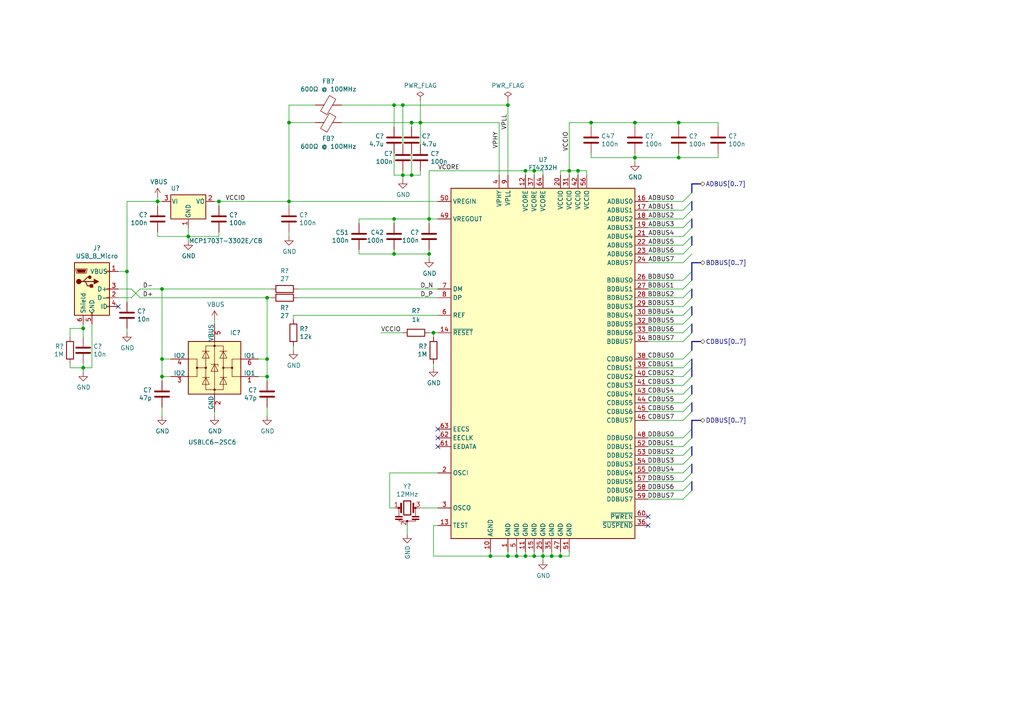
<source format=kicad_sch>
(kicad_sch (version 20200506) (host eeschema "(5.99.0-1565-gc92181621)")
  (page "A4")
  (title_block (title "FT4232H") (date "2020-04-28") (rev "2.0-rc2") (company "Simplexion GmbH"))
  (lib_symbols
    (symbol "Connector:USB_B_Micro"
      (property "Reference" "J" (at -5.08 11.43 0))
      (property "Value" "USB_B_Micro" (at -5.08 8.89 0))
      (symbol "USB_B_Micro_0_1"
        (circle (center -3.81 2.159) (radius 0.635) (stroke (width 0.254)) (fill (type outline)))
        (circle (center -0.635 3.429) (radius 0.381) (stroke (width 0.254)) (fill (type outline)))
        (rectangle (start -5.08 -7.62) (end 5.08 7.62) (stroke (width 0.254)) (fill (type background)))
        (rectangle (start -0.127 -7.62) (end 0.127 -6.858))
        (rectangle (start 0.254 1.27) (end -0.508 0.508) (stroke (width 0.254)) (fill (type outline)))
        (rectangle (start 5.08 -5.207) (end 4.318 -4.953))
        (rectangle (start 5.08 -2.667) (end 4.318 -2.413))
        (rectangle (start 5.08 -0.127) (end 4.318 0.127))
        (rectangle (start 5.08 4.953) (end 4.318 5.207))
        (polyline (pts (xy -1.905 2.159) (xy 0.635 2.159)) (stroke (width 0.254)))
        (polyline (pts (xy -3.175 2.159) (xy -2.54 2.159) (xy -1.27 3.429) (xy -0.635 3.429)) (stroke (width 0.254)))
        (polyline (pts (xy -2.54 2.159) (xy -1.905 2.159) (xy -1.27 0.889) (xy 0 0.889)) (stroke (width 0.254)))
        (polyline (pts (xy 0.635 2.794) (xy 0.635 1.524) (xy 1.905 2.159) (xy 0.635 2.794)) (stroke (width 0.254)) (fill (type outline)))
        (polyline (pts (xy -4.318 5.588) (xy -1.778 5.588) (xy -2.032 4.826) (xy -4.064 4.826) (xy -4.318 5.588)) (fill (type outline)))
        (polyline (pts (xy -4.699 5.842) (xy -4.699 5.588) (xy -4.445 4.826) (xy -4.445 4.572) (xy -1.651 4.572) (xy -1.651 4.826) (xy -1.397 5.588) (xy -1.397 5.842) (xy -4.699 5.842)))
      )
      (symbol "USB_B_Micro_1_1"
        (pin power_out line (at 7.62 5.08 180) (length 2.54) (name "VBUS") (number "1"))
        (pin passive line (at 7.62 -2.54 180) (length 2.54) (name "D-") (number "2"))
        (pin passive line (at 7.62 0 180) (length 2.54) (name "D+") (number "3"))
        (pin passive line (at 7.62 -5.08 180) (length 2.54) (name "ID") (number "4"))
        (pin power_out line (at 0 -10.16 90) (length 2.54) (name "GND") (number "5"))
        (pin passive line (at -2.54 -10.16 90) (length 2.54) (name "Shield") (number "6"))
      )
    )
    (symbol "Device:C" (pin_numbers hide) (pin_names (offset 0.254))
      (property "Reference" "C" (at 0.635 2.54 0))
      (property "Value" "C" (at 0.635 -2.54 0))
      (symbol "C_0_1"
        (polyline (pts (xy -2.032 -0.762) (xy 2.032 -0.762)) (stroke (width 0.508)))
        (polyline (pts (xy -2.032 0.762) (xy 2.032 0.762)) (stroke (width 0.508)))
      )
      (symbol "C_1_1"
        (pin passive line (at 0 3.81 270) (length 2.794) (name "~") (number "1"))
        (pin passive line (at 0 -3.81 90) (length 2.794) (name "~") (number "2"))
      )
    )
    (symbol "Device:Ferrite_Bead" (pin_numbers hide) (pin_names (offset 0))
      (property "Reference" "FB" (at -3.81 0.635 90))
      (property "Value" "Ferrite_Bead" (at 3.81 0 90))
      (symbol "Ferrite_Bead_0_1"
        (polyline (pts (xy 0 -1.27) (xy 0 -1.2192)))
        (polyline (pts (xy 0 1.27) (xy 0 1.2954)))
        (polyline (pts (xy -2.7686 0.4064) (xy -1.7018 2.2606) (xy 2.7686 -0.3048) (xy 1.6764 -2.159) (xy -2.7686 0.4064)))
      )
      (symbol "Ferrite_Bead_1_1"
        (pin passive line (at 0 3.81 270) (length 2.54) (name "~") (number "1"))
        (pin passive line (at 0 -3.81 90) (length 2.54) (name "~") (number "2"))
      )
    )
    (symbol "Device:R" (pin_numbers hide) (pin_names (offset 0))
      (property "Reference" "R" (at 2.032 0 90))
      (property "Value" "R" (at 0 0 90))
      (symbol "R_0_1"
        (rectangle (start -1.016 -2.54) (end 1.016 2.54) (stroke (width 0.254)))
      )
      (symbol "R_1_1"
        (pin passive line (at 0 3.81 270) (length 1.27) (name "~") (number "1"))
        (pin passive line (at 0 -3.81 90) (length 1.27) (name "~") (number "2"))
      )
    )
    (symbol "Device:Resonator" (pin_names hide)
      (property "Reference" "Y" (at 0 5.715 0))
      (property "Value" "Resonator" (at 0 3.81 0))
      (symbol "Resonator_0_1"
        (circle (center -2.413 0) (radius 0.254) (fill (type outline)))
        (circle (center 0 -3.81) (radius 0.254) (fill (type outline)))
        (circle (center 2.413 0) (radius 0.254) (fill (type outline)))
        (rectangle (start -3.429 -3.175) (end -1.397 -3.429) (fill (type outline)))
        (rectangle (start -3.429 -2.413) (end -1.397 -2.667) (fill (type outline)))
        (rectangle (start -1.016 2.032) (end 1.016 -2.032) (stroke (width 0.3048)))
        (rectangle (start 1.397 -3.175) (end 3.429 -3.429) (fill (type outline)))
        (rectangle (start 1.397 -2.413) (end 3.429 -2.667) (fill (type outline)))
        (polyline (pts (xy -2.413 -2.413) (xy -2.413 0)))
        (polyline (pts (xy -1.905 0) (xy -3.175 0)))
        (polyline (pts (xy -1.778 -1.27) (xy -1.778 1.27)) (stroke (width 0.508)))
        (polyline (pts (xy 1.778 -1.27) (xy 1.778 1.27)) (stroke (width 0.508)))
        (polyline (pts (xy 1.905 0) (xy 2.54 0)))
        (polyline (pts (xy 2.413 0) (xy 2.413 -2.54)))
        (polyline (pts (xy 2.413 -3.302) (xy 2.413 -3.81) (xy -2.413 -3.81) (xy -2.413 -3.302)))
      )
      (symbol "Resonator_1_1"
        (pin passive line (at -3.81 0 0) (length 1.27) (name "1") (number "1"))
        (pin passive line (at 0 -5.08 90) (length 1.27) (name "2") (number "2"))
        (pin passive line (at 3.81 0 180) (length 1.27) (name "3") (number "3"))
      )
    )
    (symbol "Interface_USB:FT4232H_1"
      (property "Reference" "U" (at -26.67 53.34 0))
      (property "Value" "FT4232H" (at 19.05 53.34 0))
      (symbol "FT4232H_1_0_1"
        (rectangle (start -26.67 -49.53) (end 26.67 52.07) (stroke (width 0.254)) (fill (type background)))
      )
      (symbol "FT4232H_1_1_1"
        (pin power_in line (at -10.16 -53.34 90) (length 3.81) (name "GND") (number "1"))
        (pin power_in line (at -15.24 -53.34 90) (length 3.81) (name "AGND") (number "10"))
        (pin power_in line (at -5.08 -53.34 90) (length 3.81) (name "GND") (number "11"))
        (pin power_in line (at -5.08 55.88 270) (length 3.81) (name "VCORE") (number "12"))
        (pin input line (at -30.48 -45.72 0) (length 3.81) (name "TEST") (number "13"))
        (pin input line (at -30.48 10.16 0) (length 3.81) (name "~RESET") (number "14"))
        (pin power_in line (at -2.54 -53.34 90) (length 3.81) (name "GND") (number "15"))
        (pin bidirectional line (at 30.48 48.26 180) (length 3.81) (name "ADBUS0") (number "16"))
        (pin bidirectional line (at 30.48 45.72 180) (length 3.81) (name "ADBUS1") (number "17"))
        (pin bidirectional line (at 30.48 43.18 180) (length 3.81) (name "ADBUS2") (number "18"))
        (pin bidirectional line (at 30.48 40.64 180) (length 3.81) (name "ADBUS3") (number "19"))
        (pin input line (at -30.48 -30.48 0) (length 3.81) (name "OSCI") (number "2"))
        (pin power_in line (at 5.08 55.88 270) (length 3.81) (name "VCCIO") (number "20"))
        (pin bidirectional line (at 30.48 38.1 180) (length 3.81) (name "ADBUS4") (number "21"))
        (pin bidirectional line (at 30.48 35.56 180) (length 3.81) (name "ADBUS5") (number "22"))
        (pin bidirectional line (at 30.48 33.02 180) (length 3.81) (name "ADBUS6") (number "23"))
        (pin bidirectional line (at 30.48 30.48 180) (length 3.81) (name "ADBUS7") (number "24"))
        (pin power_in line (at 0 -53.34 90) (length 3.81) (name "GND") (number "25"))
        (pin bidirectional line (at 30.48 25.4 180) (length 3.81) (name "BDBUS0") (number "26"))
        (pin bidirectional line (at 30.48 22.86 180) (length 3.81) (name "BDBUS1") (number "27"))
        (pin bidirectional line (at 30.48 20.32 180) (length 3.81) (name "BDBUS2") (number "28"))
        (pin bidirectional line (at 30.48 17.78 180) (length 3.81) (name "BDBUS3") (number "29"))
        (pin output line (at -30.48 -40.64 0) (length 3.81) (name "OSCO") (number "3"))
        (pin bidirectional line (at 30.48 15.24 180) (length 3.81) (name "BDBUS4") (number "30"))
        (pin power_in line (at 7.62 55.88 270) (length 3.81) (name "VCCIO") (number "31"))
        (pin bidirectional line (at 30.48 12.7 180) (length 3.81) (name "BDBUS5") (number "32"))
        (pin bidirectional line (at 30.48 10.16 180) (length 3.81) (name "BDBUS6") (number "33"))
        (pin bidirectional line (at 30.48 7.62 180) (length 3.81) (name "BDBUS7") (number "34"))
        (pin power_in line (at 2.54 -53.34 90) (length 3.81) (name "GND") (number "35"))
        (pin output line (at 30.48 -45.72 180) (length 3.81) (name "~SUSPEND") (number "36"))
        (pin power_in line (at -2.54 55.88 270) (length 3.81) (name "VCORE") (number "37"))
        (pin bidirectional line (at 30.48 2.54 180) (length 3.81) (name "CDBUS0") (number "38"))
        (pin bidirectional line (at 30.48 0 180) (length 3.81) (name "CDBUS1") (number "39"))
        (pin power_in line (at -12.7 55.88 270) (length 3.81) (name "VPHY") (number "4"))
        (pin bidirectional line (at 30.48 -2.54 180) (length 3.81) (name "CDBUS2") (number "40"))
        (pin bidirectional line (at 30.48 -5.08 180) (length 3.81) (name "CDBUS3") (number "41"))
        (pin power_in line (at 10.16 55.88 270) (length 3.81) (name "VCCIO") (number "42"))
        (pin bidirectional line (at 30.48 -7.62 180) (length 3.81) (name "CDBUS4") (number "43"))
        (pin bidirectional line (at 30.48 -10.16 180) (length 3.81) (name "CDBUS5") (number "44"))
        (pin bidirectional line (at 30.48 -12.7 180) (length 3.81) (name "CDBUS6") (number "45"))
        (pin bidirectional line (at 30.48 -15.24 180) (length 3.81) (name "CDBUS7") (number "46"))
        (pin power_in line (at 5.08 -53.34 90) (length 3.81) (name "GND") (number "47"))
        (pin bidirectional line (at 30.48 -20.32 180) (length 3.81) (name "DDBUS0") (number "48"))
        (pin power_out line (at -30.48 43.18 0) (length 3.81) (name "VREGOUT") (number "49"))
        (pin power_in line (at -7.62 -53.34 90) (length 3.81) (name "GND") (number "5"))
        (pin power_in line (at -30.48 48.26 0) (length 3.81) (name "VREGIN") (number "50"))
        (pin power_in line (at 7.62 -53.34 90) (length 3.81) (name "GND") (number "51"))
        (pin bidirectional line (at 30.48 -22.86 180) (length 3.81) (name "DDBUS1") (number "52"))
        (pin bidirectional line (at 30.48 -25.4 180) (length 3.81) (name "DDBUS2") (number "53"))
        (pin bidirectional line (at 30.48 -27.94 180) (length 3.81) (name "DDBUS3") (number "54"))
        (pin bidirectional line (at 30.48 -30.48 180) (length 3.81) (name "DDBUS4") (number "55"))
        (pin power_in line (at 12.7 55.88 270) (length 3.81) (name "VCCIO") (number "56"))
        (pin bidirectional line (at 30.48 -33.02 180) (length 3.81) (name "DDBUS5") (number "57"))
        (pin bidirectional line (at 30.48 -35.56 180) (length 3.81) (name "DDBUS6") (number "58"))
        (pin bidirectional line (at 30.48 -38.1 180) (length 3.81) (name "DDBUS7") (number "59"))
        (pin input line (at -30.48 15.24 0) (length 3.81) (name "REF") (number "6"))
        (pin output line (at 30.48 -43.18 180) (length 3.81) (name "~PWREN") (number "60"))
        (pin bidirectional line (at -30.48 -22.86 0) (length 3.81) (name "EEDATA") (number "61"))
        (pin output line (at -30.48 -20.32 0) (length 3.81) (name "EECLK") (number "62"))
        (pin output line (at -30.48 -17.78 0) (length 3.81) (name "EECS") (number "63"))
        (pin power_in line (at 0 55.88 270) (length 3.81) (name "VCORE") (number "64"))
        (pin power_in line (at -10.16 -53.34 90) (length 3.81) (name "GND") (number "65") hide)
        (pin bidirectional line (at -30.48 22.86 0) (length 3.81) (name "DM") (number "7"))
        (pin bidirectional line (at -30.48 20.32 0) (length 3.81) (name "DP") (number "8"))
        (pin power_in line (at -10.16 55.88 270) (length 3.81) (name "VPLL") (number "9"))
      )
    )
    (symbol "Power_Protection:USBLC6-2SC6" (pin_names (offset 0))
      (property "Reference" "U" (at 5.08 8.89 0))
      (property "Value" "USBLC6-2SC6" (at 10.16 -10.16 0))
      (symbol "USBLC6-2SC6_0_1"
        (circle (center -5.08 0) (radius 0.254) (fill (type outline)))
        (circle (center -2.54 0) (radius 0.254) (fill (type outline)))
        (circle (center 0 -6.35) (radius 0.254) (fill (type outline)))
        (circle (center 0 6.35) (radius 0.254) (fill (type outline)))
        (circle (center 2.54 0) (radius 0.254) (fill (type outline)))
        (circle (center 5.08 0) (radius 0.254) (fill (type outline)))
        (rectangle (start -7.62 -7.62) (end 7.62 7.62) (stroke (width 0.254)) (fill (type background)))
        (rectangle (start -2.54 6.35) (end 2.54 -6.35))
        (polyline (pts (xy -5.08 -2.54) (xy -7.62 -2.54)))
        (polyline (pts (xy -5.08 0) (xy -5.08 -2.54)))
        (polyline (pts (xy -5.08 2.54) (xy -7.62 2.54)))
        (polyline (pts (xy -1.524 -2.794) (xy -3.556 -2.794)))
        (polyline (pts (xy -1.524 4.826) (xy -3.556 4.826)))
        (polyline (pts (xy 0 -7.62) (xy 0 -6.35)))
        (polyline (pts (xy 0 -6.35) (xy 0 1.27)))
        (polyline (pts (xy 0 1.27) (xy 0 6.35)))
        (polyline (pts (xy 0 6.35) (xy 0 7.62)))
        (polyline (pts (xy 1.524 -2.794) (xy 3.556 -2.794)))
        (polyline (pts (xy 1.524 4.826) (xy 3.556 4.826)))
        (polyline (pts (xy 5.08 -2.54) (xy 7.62 -2.54)))
        (polyline (pts (xy 5.08 0) (xy 5.08 -2.54)))
        (polyline (pts (xy 5.08 2.54) (xy 7.62 2.54)))
        (polyline (pts (xy -2.54 0) (xy -5.08 0) (xy -5.08 2.54)))
        (polyline (pts (xy 2.54 0) (xy 5.08 0) (xy 5.08 2.54)))
        (polyline (pts (xy -3.556 -4.826) (xy -1.524 -4.826) (xy -2.54 -2.794) (xy -3.556 -4.826)))
        (polyline (pts (xy -3.556 2.794) (xy -1.524 2.794) (xy -2.54 4.826) (xy -3.556 2.794)))
        (polyline (pts (xy -1.016 -1.016) (xy 1.016 -1.016) (xy 0 1.016) (xy -1.016 -1.016)))
        (polyline (pts (xy 1.016 1.016) (xy 0.762 1.016) (xy -1.016 1.016) (xy -1.016 0.508)))
        (polyline (pts (xy 3.556 -4.826) (xy 1.524 -4.826) (xy 2.54 -2.794) (xy 3.556 -4.826)))
        (polyline (pts (xy 3.556 2.794) (xy 1.524 2.794) (xy 2.54 4.826) (xy 3.556 2.794)))
      )
      (symbol "USBLC6-2SC6_1_1"
        (pin passive line (at -12.7 -2.54 0) (length 5.08) (name "IO1") (number "1"))
        (pin passive line (at 0 -12.7 90) (length 5.08) (name "GND") (number "2"))
        (pin passive line (at 12.7 -2.54 180) (length 5.08) (name "IO2") (number "3"))
        (pin passive line (at 12.7 2.54 180) (length 5.08) (name "IO2") (number "4"))
        (pin passive line (at 0 12.7 270) (length 5.08) (name "VBUS") (number "5"))
        (pin passive line (at -12.7 2.54 0) (length 5.08) (name "IO1") (number "6"))
      )
    )
    (symbol "Regulator_Linear:MCP1703A-3302_SOT23" (pin_names (offset 0.254))
      (property "Reference" "U" (at -3.81 3.175 0))
      (property "Value" "MCP1703A-3302_SOT23" (at 0 3.175 0))
      (symbol "MCP1703A-3302_SOT23_0_1"
        (rectangle (start -5.08 -5.08) (end 5.08 1.905) (stroke (width 0.254)) (fill (type background)))
      )
      (symbol "MCP1703A-3302_SOT23_1_1"
        (pin power_in line (at 0 -7.62 90) (length 2.54) (name "GND") (number "1"))
        (pin power_out line (at 7.62 0 180) (length 2.54) (name "VO") (number "2"))
        (pin power_in line (at -7.62 0 0) (length 2.54) (name "VI") (number "3"))
      )
    )
    (symbol "power:GND" (power) (pin_names (offset 0))
      (property "Value" "GND" (at 0 -3.81 0))
      (symbol "GND_0_1"
        (polyline (pts (xy 0 0) (xy 0 -1.27) (xy 1.27 -1.27) (xy 0 -2.54) (xy -1.27 -1.27) (xy 0 -1.27)))
      )
      (symbol "GND_1_1"
        (pin power_in line (at 0 0 270) (length 0) (name "GND") (number "1") hide)
      )
    )
    (symbol "power:PWR_FLAG" (power) (pin_numbers hide) (pin_names (offset 0) hide)
      (property "Value" "PWR_FLAG" (at 0 3.81 0))
      (symbol "PWR_FLAG_0_1"
        (polyline (pts (xy 0 0) (xy 0 1.27) (xy -1.016 1.905) (xy 0 2.54) (xy 1.016 1.905) (xy 0 1.27)))
      )
      (symbol "PWR_FLAG_0_0"
        (pin power_out line (at 0 0 90) (length 0) (name "pwr") (number "1"))
      )
    )
    (symbol "power:VBUS" (power) (pin_names (offset 0))
      (property "Value" "VBUS" (at 0 3.81 0))
      (symbol "VBUS_0_1"
        (polyline (pts (xy -0.762 1.27) (xy 0 2.54)))
        (polyline (pts (xy 0 0) (xy 0 2.54)))
        (polyline (pts (xy 0 2.54) (xy 0.762 1.27)))
      )
      (symbol "VBUS_1_1"
        (pin power_in line (at 0 0 90) (length 0) (name "VBUS") (number "1") hide)
      )
    )
  )
  (junction (at 162.56 161.29))
  (junction (at 142.24 161.29))
  (junction (at 45.72 58.42))
  (junction (at 24.13 95.25))
  (junction (at 165.1 49.53))
  (junction (at 147.32 161.29))
  (junction (at 184.15 45.72))
  (junction (at 147.32 30.48))
  (junction (at 121.92 35.56))
  (junction (at 116.84 50.8))
  (junction (at 154.94 49.53))
  (junction (at 83.82 35.56))
  (junction (at 184.15 35.56))
  (junction (at 116.84 30.48))
  (junction (at 124.46 63.5))
  (junction (at 124.46 73.66))
  (junction (at 114.3 63.5))
  (junction (at 114.3 73.66))
  (junction (at 54.61 68.58))
  (junction (at 77.47 104.14))
  (junction (at 167.64 49.53))
  (junction (at 119.38 35.56))
  (junction (at 36.83 78.74))
  (junction (at 119.38 50.8))
  (junction (at 46.99 109.22))
  (junction (at 77.47 109.22))
  (junction (at 160.02 161.29))
  (junction (at 154.94 161.29))
  (junction (at 171.45 35.56))
  (junction (at 46.99 83.82))
  (junction (at 77.47 86.36))
  (junction (at 196.85 45.72))
  (junction (at 114.3 30.48))
  (junction (at 149.86 161.29))
  (junction (at 152.4 49.53))
  (junction (at 125.73 96.52))
  (junction (at 157.48 161.29))
  (junction (at 46.99 104.14))
  (junction (at 63.5 58.42))
  (junction (at 24.13 106.68))
  (junction (at 152.4 161.29))
  (junction (at 196.85 35.56))
  (junction (at 83.82 58.42))
  (no_connect (at 187.96 152.4))
  (no_connect (at 187.96 149.86))
  (no_connect (at 127 124.46))
  (no_connect (at 34.29 88.9))
  (no_connect (at 127 127))
  (no_connect (at 127 129.54))
  (bus_entry (at 198.12 58.42) (size 2.54 -2.54))
  (bus_entry (at 198.12 60.96) (size 2.54 -2.54))
  (bus_entry (at 198.12 63.5) (size 2.54 -2.54))
  (bus_entry (at 198.12 66.04) (size 2.54 -2.54))
  (bus_entry (at 198.12 68.58) (size 2.54 -2.54))
  (bus_entry (at 198.12 71.12) (size 2.54 -2.54))
  (bus_entry (at 198.12 73.66) (size 2.54 -2.54))
  (bus_entry (at 198.12 76.2) (size 2.54 -2.54))
  (bus_entry (at 198.12 81.28) (size 2.54 -2.54))
  (bus_entry (at 198.12 83.82) (size 2.54 -2.54))
  (bus_entry (at 198.12 86.36) (size 2.54 -2.54))
  (bus_entry (at 198.12 88.9) (size 2.54 -2.54))
  (bus_entry (at 198.12 91.44) (size 2.54 -2.54))
  (bus_entry (at 198.12 93.98) (size 2.54 -2.54))
  (bus_entry (at 198.12 96.52) (size 2.54 -2.54))
  (bus_entry (at 198.12 99.06) (size 2.54 -2.54))
  (bus_entry (at 198.12 104.14) (size 2.54 -2.54))
  (bus_entry (at 198.12 106.68) (size 2.54 -2.54))
  (bus_entry (at 198.12 109.22) (size 2.54 -2.54))
  (bus_entry (at 198.12 111.76) (size 2.54 -2.54))
  (bus_entry (at 198.12 114.3) (size 2.54 -2.54))
  (bus_entry (at 198.12 116.84) (size 2.54 -2.54))
  (bus_entry (at 198.12 119.38) (size 2.54 -2.54))
  (bus_entry (at 198.12 121.92) (size 2.54 -2.54))
  (bus_entry (at 198.12 127) (size 2.54 -2.54))
  (bus_entry (at 198.12 129.54) (size 2.54 -2.54))
  (bus_entry (at 198.12 132.08) (size 2.54 -2.54))
  (bus_entry (at 198.12 134.62) (size 2.54 -2.54))
  (bus_entry (at 198.12 137.16) (size 2.54 -2.54))
  (bus_entry (at 198.12 139.7) (size 2.54 -2.54))
  (bus_entry (at 198.12 142.24) (size 2.54 -2.54))
  (bus_entry (at 198.12 144.78) (size 2.54 -2.54))
  (wire (pts (xy 20.32 95.25) (xy 20.32 97.79)))
  (wire (pts (xy 20.32 95.25) (xy 24.13 95.25)))
  (wire (pts (xy 20.32 105.41) (xy 20.32 106.68)))
  (wire (pts (xy 20.32 106.68) (xy 24.13 106.68)))
  (wire (pts (xy 24.13 95.25) (xy 24.13 93.98)))
  (wire (pts (xy 24.13 95.25) (xy 24.13 97.79)))
  (wire (pts (xy 24.13 105.41) (xy 24.13 106.68)))
  (wire (pts (xy 24.13 106.68) (xy 24.13 107.95)))
  (wire (pts (xy 24.13 106.68) (xy 26.67 106.68)))
  (wire (pts (xy 26.67 93.98) (xy 26.67 106.68)))
  (wire (pts (xy 34.29 78.74) (xy 36.83 78.74)))
  (wire (pts (xy 34.29 83.82) (xy 38.1 83.82)))
  (wire (pts (xy 34.29 86.36) (xy 38.1 86.36)))
  (wire (pts (xy 36.83 58.42) (xy 45.72 58.42)))
  (wire (pts (xy 36.83 78.74) (xy 36.83 58.42)))
  (wire (pts (xy 36.83 87.63) (xy 36.83 78.74)))
  (wire (pts (xy 36.83 96.52) (xy 36.83 95.25)))
  (wire (pts (xy 38.1 83.82) (xy 40.64 86.36)))
  (wire (pts (xy 40.64 83.82) (xy 38.1 86.36)))
  (wire (pts (xy 40.64 86.36) (xy 77.47 86.36)))
  (wire (pts (xy 45.72 57.15) (xy 45.72 58.42)))
  (wire (pts (xy 45.72 58.42) (xy 45.72 59.69)))
  (wire (pts (xy 45.72 58.42) (xy 46.99 58.42)))
  (wire (pts (xy 45.72 67.31) (xy 45.72 68.58)))
  (wire (pts (xy 45.72 68.58) (xy 54.61 68.58)))
  (wire (pts (xy 46.99 83.82) (xy 40.64 83.82)))
  (wire (pts (xy 46.99 83.82) (xy 78.74 83.82)))
  (wire (pts (xy 46.99 104.14) (xy 46.99 83.82)))
  (wire (pts (xy 46.99 104.14) (xy 49.53 104.14)))
  (wire (pts (xy 46.99 109.22) (xy 46.99 104.14)))
  (wire (pts (xy 46.99 110.49) (xy 46.99 109.22)))
  (wire (pts (xy 46.99 120.65) (xy 46.99 118.11)))
  (wire (pts (xy 49.53 109.22) (xy 46.99 109.22)))
  (wire (pts (xy 54.61 68.58) (xy 54.61 66.04)))
  (wire (pts (xy 54.61 68.58) (xy 54.61 69.85)))
  (wire (pts (xy 54.61 68.58) (xy 63.5 68.58)))
  (wire (pts (xy 62.23 58.42) (xy 63.5 58.42)))
  (wire (pts (xy 62.23 92.71) (xy 62.23 93.98)))
  (wire (pts (xy 62.23 120.65) (xy 62.23 119.38)))
  (wire (pts (xy 63.5 58.42) (xy 63.5 59.69)))
  (wire (pts (xy 63.5 58.42) (xy 83.82 58.42)))
  (wire (pts (xy 63.5 68.58) (xy 63.5 67.31)))
  (wire (pts (xy 74.93 109.22) (xy 77.47 109.22)))
  (wire (pts (xy 77.47 86.36) (xy 78.74 86.36)))
  (wire (pts (xy 77.47 104.14) (xy 74.93 104.14)))
  (wire (pts (xy 77.47 104.14) (xy 77.47 86.36)))
  (wire (pts (xy 77.47 109.22) (xy 77.47 104.14)))
  (wire (pts (xy 77.47 110.49) (xy 77.47 109.22)))
  (wire (pts (xy 77.47 120.65) (xy 77.47 118.11)))
  (wire (pts (xy 83.82 30.48) (xy 83.82 35.56)))
  (wire (pts (xy 83.82 35.56) (xy 83.82 58.42)))
  (wire (pts (xy 83.82 35.56) (xy 91.44 35.56)))
  (wire (pts (xy 83.82 58.42) (xy 83.82 59.69)))
  (wire (pts (xy 83.82 58.42) (xy 127 58.42)))
  (wire (pts (xy 83.82 67.31) (xy 83.82 68.58)))
  (wire (pts (xy 85.09 91.44) (xy 127 91.44)))
  (wire (pts (xy 85.09 92.71) (xy 85.09 91.44)))
  (wire (pts (xy 85.09 100.33) (xy 85.09 101.6)))
  (wire (pts (xy 86.36 83.82) (xy 127 83.82)))
  (wire (pts (xy 86.36 86.36) (xy 127 86.36)))
  (wire (pts (xy 91.44 30.48) (xy 83.82 30.48)))
  (wire (pts (xy 99.06 30.48) (xy 114.3 30.48)))
  (wire (pts (xy 99.06 35.56) (xy 119.38 35.56)))
  (wire (pts (xy 104.14 63.5) (xy 104.14 64.77)))
  (wire (pts (xy 104.14 72.39) (xy 104.14 73.66)))
  (wire (pts (xy 104.14 73.66) (xy 114.3 73.66)))
  (wire (pts (xy 110.49 96.52) (xy 116.84 96.52)))
  (wire (pts (xy 113.03 137.16) (xy 113.03 147.32)))
  (wire (pts (xy 113.03 137.16) (xy 127 137.16)))
  (wire (pts (xy 113.03 147.32) (xy 114.3 147.32)))
  (wire (pts (xy 114.3 30.48) (xy 114.3 36.83)))
  (wire (pts (xy 114.3 30.48) (xy 116.84 30.48)))
  (wire (pts (xy 114.3 44.45) (xy 114.3 50.8)))
  (wire (pts (xy 114.3 50.8) (xy 116.84 50.8)))
  (wire (pts (xy 114.3 63.5) (xy 104.14 63.5)))
  (wire (pts (xy 114.3 63.5) (xy 114.3 64.77)))
  (wire (pts (xy 114.3 72.39) (xy 114.3 73.66)))
  (wire (pts (xy 114.3 73.66) (xy 124.46 73.66)))
  (wire (pts (xy 116.84 30.48) (xy 116.84 41.91)))
  (wire (pts (xy 116.84 30.48) (xy 147.32 30.48)))
  (wire (pts (xy 116.84 50.8) (xy 116.84 49.53)))
  (wire (pts (xy 116.84 50.8) (xy 116.84 52.07)))
  (wire (pts (xy 116.84 50.8) (xy 119.38 50.8)))
  (wire (pts (xy 118.11 154.94) (xy 118.11 152.4)))
  (wire (pts (xy 119.38 35.56) (xy 121.92 35.56)))
  (wire (pts (xy 119.38 36.83) (xy 119.38 35.56)))
  (wire (pts (xy 119.38 44.45) (xy 119.38 50.8)))
  (wire (pts (xy 119.38 50.8) (xy 121.92 50.8)))
  (wire (pts (xy 121.92 29.21) (xy 121.92 35.56)))
  (wire (pts (xy 121.92 35.56) (xy 121.92 41.91)))
  (wire (pts (xy 121.92 35.56) (xy 144.78 35.56)))
  (wire (pts (xy 121.92 50.8) (xy 121.92 49.53)))
  (wire (pts (xy 121.92 147.32) (xy 127 147.32)))
  (wire (pts (xy 124.46 49.53) (xy 124.46 63.5)))
  (wire (pts (xy 124.46 49.53) (xy 152.4 49.53)))
  (wire (pts (xy 124.46 63.5) (xy 114.3 63.5)))
  (wire (pts (xy 124.46 63.5) (xy 124.46 64.77)))
  (wire (pts (xy 124.46 63.5) (xy 127 63.5)))
  (wire (pts (xy 124.46 72.39) (xy 124.46 73.66)))
  (wire (pts (xy 124.46 73.66) (xy 124.46 74.93)))
  (wire (pts (xy 124.46 96.52) (xy 125.73 96.52)))
  (wire (pts (xy 125.73 96.52) (xy 127 96.52)))
  (wire (pts (xy 125.73 97.79) (xy 125.73 96.52)))
  (wire (pts (xy 125.73 105.41) (xy 125.73 106.68)))
  (wire (pts (xy 125.73 152.4) (xy 125.73 161.29)))
  (wire (pts (xy 125.73 161.29) (xy 142.24 161.29)))
  (wire (pts (xy 127 152.4) (xy 125.73 152.4)))
  (wire (pts (xy 142.24 160.02) (xy 142.24 161.29)))
  (wire (pts (xy 142.24 161.29) (xy 147.32 161.29)))
  (wire (pts (xy 144.78 35.56) (xy 144.78 50.8)))
  (wire (pts (xy 147.32 29.21) (xy 147.32 30.48)))
  (wire (pts (xy 147.32 30.48) (xy 147.32 50.8)))
  (wire (pts (xy 147.32 160.02) (xy 147.32 161.29)))
  (wire (pts (xy 147.32 161.29) (xy 149.86 161.29)))
  (wire (pts (xy 149.86 160.02) (xy 149.86 161.29)))
  (wire (pts (xy 149.86 161.29) (xy 152.4 161.29)))
  (wire (pts (xy 152.4 49.53) (xy 152.4 50.8)))
  (wire (pts (xy 152.4 49.53) (xy 154.94 49.53)))
  (wire (pts (xy 152.4 160.02) (xy 152.4 161.29)))
  (wire (pts (xy 152.4 161.29) (xy 154.94 161.29)))
  (wire (pts (xy 154.94 49.53) (xy 154.94 50.8)))
  (wire (pts (xy 154.94 49.53) (xy 157.48 49.53)))
  (wire (pts (xy 154.94 160.02) (xy 154.94 161.29)))
  (wire (pts (xy 154.94 161.29) (xy 157.48 161.29)))
  (wire (pts (xy 157.48 49.53) (xy 157.48 50.8)))
  (wire (pts (xy 157.48 160.02) (xy 157.48 161.29)))
  (wire (pts (xy 157.48 161.29) (xy 157.48 162.56)))
  (wire (pts (xy 157.48 161.29) (xy 160.02 161.29)))
  (wire (pts (xy 160.02 161.29) (xy 160.02 160.02)))
  (wire (pts (xy 160.02 161.29) (xy 162.56 161.29)))
  (wire (pts (xy 162.56 49.53) (xy 165.1 49.53)))
  (wire (pts (xy 162.56 50.8) (xy 162.56 49.53)))
  (wire (pts (xy 162.56 160.02) (xy 162.56 161.29)))
  (wire (pts (xy 162.56 161.29) (xy 165.1 161.29)))
  (wire (pts (xy 165.1 35.56) (xy 165.1 49.53)))
  (wire (pts (xy 165.1 35.56) (xy 171.45 35.56)))
  (wire (pts (xy 165.1 49.53) (xy 165.1 50.8)))
  (wire (pts (xy 165.1 49.53) (xy 167.64 49.53)))
  (wire (pts (xy 165.1 160.02) (xy 165.1 161.29)))
  (wire (pts (xy 167.64 49.53) (xy 167.64 50.8)))
  (wire (pts (xy 167.64 49.53) (xy 170.18 49.53)))
  (wire (pts (xy 170.18 50.8) (xy 170.18 49.53)))
  (wire (pts (xy 171.45 35.56) (xy 171.45 36.83)))
  (wire (pts (xy 171.45 44.45) (xy 171.45 45.72)))
  (wire (pts (xy 171.45 45.72) (xy 184.15 45.72)))
  (wire (pts (xy 184.15 35.56) (xy 171.45 35.56)))
  (wire (pts (xy 184.15 35.56) (xy 184.15 36.83)))
  (wire (pts (xy 184.15 44.45) (xy 184.15 45.72)))
  (wire (pts (xy 184.15 45.72) (xy 184.15 46.99)))
  (wire (pts (xy 184.15 45.72) (xy 196.85 45.72)))
  (wire (pts (xy 187.96 58.42) (xy 198.12 58.42)))
  (wire (pts (xy 187.96 60.96) (xy 198.12 60.96)))
  (wire (pts (xy 187.96 63.5) (xy 198.12 63.5)))
  (wire (pts (xy 187.96 66.04) (xy 198.12 66.04)))
  (wire (pts (xy 187.96 68.58) (xy 198.12 68.58)))
  (wire (pts (xy 187.96 71.12) (xy 198.12 71.12)))
  (wire (pts (xy 187.96 73.66) (xy 198.12 73.66)))
  (wire (pts (xy 187.96 76.2) (xy 198.12 76.2)))
  (wire (pts (xy 187.96 81.28) (xy 198.12 81.28)))
  (wire (pts (xy 187.96 83.82) (xy 198.12 83.82)))
  (wire (pts (xy 187.96 86.36) (xy 198.12 86.36)))
  (wire (pts (xy 187.96 88.9) (xy 198.12 88.9)))
  (wire (pts (xy 187.96 91.44) (xy 198.12 91.44)))
  (wire (pts (xy 187.96 93.98) (xy 198.12 93.98)))
  (wire (pts (xy 187.96 96.52) (xy 198.12 96.52)))
  (wire (pts (xy 187.96 99.06) (xy 198.12 99.06)))
  (wire (pts (xy 187.96 104.14) (xy 198.12 104.14)))
  (wire (pts (xy 187.96 106.68) (xy 198.12 106.68)))
  (wire (pts (xy 187.96 109.22) (xy 198.12 109.22)))
  (wire (pts (xy 187.96 111.76) (xy 198.12 111.76)))
  (wire (pts (xy 187.96 114.3) (xy 198.12 114.3)))
  (wire (pts (xy 187.96 116.84) (xy 198.12 116.84)))
  (wire (pts (xy 187.96 119.38) (xy 198.12 119.38)))
  (wire (pts (xy 187.96 121.92) (xy 198.12 121.92)))
  (wire (pts (xy 187.96 127) (xy 198.12 127)))
  (wire (pts (xy 187.96 129.54) (xy 198.12 129.54)))
  (wire (pts (xy 187.96 132.08) (xy 198.12 132.08)))
  (wire (pts (xy 187.96 134.62) (xy 198.12 134.62)))
  (wire (pts (xy 187.96 137.16) (xy 198.12 137.16)))
  (wire (pts (xy 187.96 139.7) (xy 198.12 139.7)))
  (wire (pts (xy 187.96 142.24) (xy 198.12 142.24)))
  (wire (pts (xy 187.96 144.78) (xy 198.12 144.78)))
  (wire (pts (xy 196.85 35.56) (xy 184.15 35.56)))
  (wire (pts (xy 196.85 35.56) (xy 196.85 36.83)))
  (wire (pts (xy 196.85 35.56) (xy 208.28 35.56)))
  (wire (pts (xy 196.85 44.45) (xy 196.85 45.72)))
  (wire (pts (xy 196.85 45.72) (xy 208.28 45.72)))
  (wire (pts (xy 208.28 35.56) (xy 208.28 36.83)))
  (wire (pts (xy 208.28 45.72) (xy 208.28 44.45)))
  (bus (pts (xy 200.66 53.34) (xy 200.66 58.42)))
  (bus (pts (xy 200.66 53.34) (xy 203.2 53.34)))
  (bus (pts (xy 200.66 58.42) (xy 200.66 63.5)))
  (bus (pts (xy 200.66 63.5) (xy 200.66 68.58)))
  (bus (pts (xy 200.66 68.58) (xy 200.66 73.66)))
  (bus (pts (xy 200.66 76.2) (xy 200.66 78.74)))
  (bus (pts (xy 200.66 76.2) (xy 203.2 76.2)))
  (bus (pts (xy 200.66 78.74) (xy 200.66 83.82)))
  (bus (pts (xy 200.66 83.82) (xy 200.66 88.9)))
  (bus (pts (xy 200.66 88.9) (xy 200.66 93.98)))
  (bus (pts (xy 200.66 93.98) (xy 200.66 96.52)))
  (bus (pts (xy 200.66 99.06) (xy 200.66 104.14)))
  (bus (pts (xy 200.66 99.06) (xy 203.2 99.06)))
  (bus (pts (xy 200.66 104.14) (xy 200.66 106.68)))
  (bus (pts (xy 200.66 106.68) (xy 200.66 111.76)))
  (bus (pts (xy 200.66 111.76) (xy 200.66 116.84)))
  (bus (pts (xy 200.66 116.84) (xy 200.66 119.38)))
  (bus (pts (xy 200.66 121.92) (xy 200.66 124.46)))
  (bus (pts (xy 200.66 121.92) (xy 203.2 121.92)))
  (bus (pts (xy 200.66 124.46) (xy 200.66 129.54)))
  (bus (pts (xy 200.66 129.54) (xy 200.66 134.62)))
  (bus (pts (xy 200.66 134.62) (xy 200.66 139.7)))
  (bus (pts (xy 200.66 139.7) (xy 200.66 142.24)))
  (label "D-" (at 44.45 83.82 180))
  (label "D+" (at 44.45 86.36 180))
  (label "VCCIO" (at 71.12 58.42 180))
  (label "VCCIO" (at 110.49 96.52 0))
  (label "D_N" (at 121.92 83.82 0))
  (label "D_P" (at 121.92 86.36 0))
  (label "VCORE" (at 127 49.53 0))
  (label "VPHY" (at 144.78 38.1 270))
  (label "VPLL" (at 147.32 33.02 270))
  (label "VCCIO" (at 165.1 38.1 270))
  (label "ADBUS0" (at 195.58 58.42 180))
  (label "ADBUS1" (at 195.58 60.96 180))
  (label "ADBUS2" (at 195.58 63.5 180))
  (label "ADBUS3" (at 195.58 66.04 180))
  (label "ADBUS4" (at 195.58 68.58 180))
  (label "ADBUS5" (at 195.58 71.12 180))
  (label "ADBUS6" (at 195.58 73.66 180))
  (label "ADBUS7" (at 195.58 76.2 180))
  (label "BDBUS0" (at 195.58 81.28 180))
  (label "BDBUS1" (at 195.58 83.82 180))
  (label "BDBUS2" (at 195.58 86.36 180))
  (label "BDBUS3" (at 195.58 88.9 180))
  (label "BDBUS4" (at 195.58 91.44 180))
  (label "BDBUS5" (at 195.58 93.98 180))
  (label "BDBUS6" (at 195.58 96.52 180))
  (label "BDBUS7" (at 195.58 99.06 180))
  (label "CDBUS0" (at 195.58 104.14 180))
  (label "CDBUS1" (at 195.58 106.68 180))
  (label "CDBUS2" (at 195.58 109.22 180))
  (label "CDBUS3" (at 195.58 111.76 180))
  (label "CDBUS4" (at 195.58 114.3 180))
  (label "CDBUS5" (at 195.58 116.84 180))
  (label "CDBUS6" (at 195.58 119.38 180))
  (label "CDBUS7" (at 195.58 121.92 180))
  (label "DDBUS0" (at 195.58 127 180))
  (label "DDBUS1" (at 195.58 129.54 180))
  (label "DDBUS2" (at 195.58 132.08 180))
  (label "DDBUS3" (at 195.58 134.62 180))
  (label "DDBUS4" (at 195.58 137.16 180))
  (label "DDBUS5" (at 195.58 139.7 180))
  (label "DDBUS6" (at 195.58 142.24 180))
  (label "DDBUS7" (at 195.58 144.78 180))
  (hierarchical_label "ADBUS[0..7]" (shape bidirectional) (at 203.2 53.34 0))
  (hierarchical_label "BDBUS[0..7]" (shape bidirectional) (at 203.2 76.2 0))
  (hierarchical_label "CDBUS[0..7]" (shape bidirectional) (at 203.2 99.06 0))
  (hierarchical_label "DDBUS[0..7]" (shape bidirectional) (at 203.2 121.92 0))
  (symbol (lib_id "power:PWR_FLAG") (at 121.92 29.21 0) (unit 1)
    (property "Reference" "#FLG?" (effects hide))
    (property "Value" "PWR_FLAG" (at 121.92 24.8158 0))
  )
  (symbol (lib_id "power:PWR_FLAG") (at 147.32 29.21 0) (unit 1)
    (property "Reference" "#FLG?" (effects hide))
    (property "Value" "PWR_FLAG" (at 147.32 24.8158 0))
  )
  (symbol (lib_id "power:VBUS") (at 45.72 57.15 0) (unit 1)
    (property "Reference" "#PWR?" (effects hide))
    (property "Value" "VBUS" (at 46.101 52.7558 0))
  )
  (symbol (lib_id "power:VBUS") (at 62.23 92.71 0) (unit 1)
    (property "Reference" "#PWR?" (effects hide))
    (property "Value" "VBUS" (at 62.611 88.3158 0))
  )
  (symbol (lib_id "power:GND") (at 24.13 107.95 0) (unit 1)
    (property "Reference" "#PWR?" (effects hide))
    (property "Value" "GND" (at 24.257 112.3442 0))
  )
  (symbol (lib_id "power:GND") (at 36.83 96.52 0) (unit 1)
    (property "Reference" "#PWR?" (effects hide))
    (property "Value" "GND" (at 36.957 100.9142 0))
  )
  (symbol (lib_id "power:GND") (at 46.99 120.65 0) (unit 1)
    (property "Reference" "#PWR?" (effects hide))
    (property "Value" "GND" (at 47.117 125.0442 0))
  )
  (symbol (lib_id "power:GND") (at 54.61 69.85 0) (unit 1)
    (property "Reference" "#PWR?" (effects hide))
    (property "Value" "GND" (at 54.737 74.2442 0))
  )
  (symbol (lib_id "power:GND") (at 62.23 120.65 0) (unit 1)
    (property "Reference" "#PWR?" (effects hide))
    (property "Value" "GND" (at 62.357 125.0442 0))
  )
  (symbol (lib_id "power:GND") (at 77.47 120.65 0) (unit 1)
    (property "Reference" "#PWR?" (effects hide))
    (property "Value" "GND" (at 77.597 125.0442 0))
  )
  (symbol (lib_id "power:GND") (at 83.82 68.58 0) (unit 1)
    (property "Reference" "#PWR?" (effects hide))
    (property "Value" "GND" (at 83.947 72.9742 0))
  )
  (symbol (lib_id "power:GND") (at 85.09 101.6 0) (unit 1)
    (property "Reference" "#PWR?" (effects hide))
    (property "Value" "GND" (at 85.217 105.9942 0))
  )
  (symbol (lib_id "power:GND") (at 116.84 52.07 0) (unit 1)
    (property "Reference" "#PWR?" (effects hide))
    (property "Value" "GND" (at 116.967 56.4642 0))
  )
  (symbol (lib_id "power:GND") (at 118.11 154.94 0) (unit 1)
    (property "Reference" "#PWR?" (effects hide))
    (property "Value" "GND" (at 118.237 158.1912 90) (effects (justify right)))
  )
  (symbol (lib_id "power:GND") (at 124.46 74.93 0) (unit 1)
    (property "Reference" "#PWR?" (effects hide))
    (property "Value" "GND" (at 124.587 79.3242 0))
  )
  (symbol (lib_id "power:GND") (at 125.73 106.68 0) (unit 1)
    (property "Reference" "#PWR?" (effects hide))
    (property "Value" "GND" (at 125.857 111.0742 0))
  )
  (symbol (lib_id "power:GND") (at 157.48 162.56 0) (unit 1)
    (property "Reference" "#PWR?" (effects hide))
    (property "Value" "GND" (at 157.607 166.9542 0))
  )
  (symbol (lib_id "power:GND") (at 184.15 46.99 0) (unit 1)
    (property "Reference" "#PWR?" (effects hide))
    (property "Value" "GND" (at 184.277 51.3842 0))
  )
  (symbol (lib_id "Device:R") (at 20.32 101.6 0) (unit 1)
    (property "Reference" "R?" (at 18.542 100.457 0) (effects (justify right)))
    (property "Value" "1M" (at 18.542 102.743 0) (effects (justify right)))
    (property "Footprint" "Resistor_SMD:R_0603_1608Metric_Icon" (effects hide))
    (property "MPN" "RC0603JR-071ML" (effects hide))
    (property "Unit Price" "0.0037269" (effects hide))
  )
  (symbol (lib_id "Device:R") (at 82.55 83.82 270) (unit 1)
    (property "Reference" "R?" (at 82.55 78.5622 90))
    (property "Value" "27" (at 82.55 80.8736 90))
    (property "Footprint" "Resistor_SMD:R_0603_1608Metric_Icon" (effects hide))
    (property "MPN" "RC0603JR-0727RL" (effects hide))
    (property "Unit Price" "0.00785034" (effects hide))
  )
  (symbol (lib_id "Device:R") (at 82.55 86.36 270) (unit 1)
    (property "Reference" "R?" (at 82.55 89.281 90))
    (property "Value" "27" (at 82.55 91.5924 90))
    (property "Footprint" "Resistor_SMD:R_0603_1608Metric_Icon" (effects hide))
    (property "MPN" "RC0603JR-0727RL" (effects hide))
    (property "Unit Price" "0.00785034" (effects hide))
  )
  (symbol (lib_id "Device:R") (at 85.09 96.52 0) (unit 1)
    (property "Reference" "R?" (at 86.868 95.377 0) (effects (justify left)))
    (property "Value" "12k" (at 86.868 97.663 0) (effects (justify left)))
    (property "Footprint" "Resistor_SMD:R_0603_1608Metric_Icon" (effects hide))
    (property "MPN" "RC0603FR-0712KL" (effects hide))
    (property "Unit Price" "0.02096514" (effects hide))
  )
  (symbol (lib_id "Device:R") (at 120.65 96.52 90) (unit 1)
    (property "Reference" "R?" (at 120.65 90.17 90))
    (property "Value" "1k" (at 120.65 92.71 90))
    (property "Footprint" "Resistor_SMD:R_0603_1608Metric_Icon" (effects hide))
    (property "MPN" "RT0603DRD071KL" (effects hide))
    (property "Unit Price" "0.03862746" (effects hide))
  )
  (symbol (lib_id "Device:R") (at 125.73 101.6 0) (unit 1)
    (property "Reference" "R?" (at 123.952 100.457 0) (effects (justify right)))
    (property "Value" "1M" (at 123.952 102.743 0) (effects (justify right)))
    (property "Footprint" "Resistor_SMD:R_0603_1608Metric_Icon" (effects hide))
    (property "MPN" "RC0603JR-071ML" (effects hide))
    (property "Unit Price" "0.0037269" (effects hide))
  )
  (symbol (lib_id "Device:C") (at 24.13 101.6 180) (unit 1)
    (property "Reference" "C?" (at 27.051 100.457 0) (effects (justify right)))
    (property "Value" "10n" (at 27.051 102.743 0) (effects (justify right)))
    (property "Footprint" "Capacitor_SMD:C_0603_1608Metric_Icon" (effects hide))
    (property "MPN" "CL10B103KB8NNNC" (effects hide))
    (property "Unit Price" "0.02524194" (effects hide))
  )
  (symbol (lib_id "Device:C") (at 36.83 91.44 180) (unit 1)
    (property "Reference" "C?" (at 39.751 90.2716 0) (effects (justify right)))
    (property "Value" "10n" (at 39.751 92.583 0) (effects (justify right)))
    (property "Footprint" "Capacitor_SMD:C_0603_1608Metric_Icon" (effects hide))
    (property "MPN" "CL10B103KB8NNNC" (effects hide))
    (property "Unit Price" "0.02524194" (effects hide))
  )
  (symbol (lib_id "Device:C") (at 45.72 63.5 0) (unit 1)
    (property "Reference" "C?" (at 42.8244 62.3316 0) (effects (justify right)))
    (property "Value" "100n" (at 42.8244 64.643 0) (effects (justify right)))
    (property "Footprint" "Capacitor_SMD:C_0603_1608Metric_Icon" (effects hide))
    (property "MPN" "CL10F104ZB8NNNC" (effects hide))
    (property "Unit Price" "0.00989262" (effects hide))
  )
  (symbol (lib_id "Device:C") (at 46.99 114.3 0) (unit 1)
    (property "Reference" "C?" (at 44.069 113.1316 0) (effects (justify right)))
    (property "Value" "47p" (at 44.069 115.443 0) (effects (justify right)))
    (property "Footprint" "Capacitor_SMD:C_0603_1608Metric_Icon" (effects hide))
    (property "MPN" "CL10C470JB8NNNC" (effects hide))
    (property "Unit Price" "0.0232902" (effects hide))
  )
  (symbol (lib_id "Device:C") (at 63.5 63.5 0) (unit 1)
    (property "Reference" "C?" (at 66.421 62.357 0) (effects (justify left)))
    (property "Value" "100n" (at 66.421 64.643 0) (effects (justify left)))
    (property "Footprint" "Capacitor_SMD:C_0603_1608Metric_Icon" (effects hide))
    (property "MPN" "CL10F104ZB8NNNC" (effects hide))
    (property "Unit Price" "0.00989262" (effects hide))
  )
  (symbol (lib_id "Device:C") (at 77.47 114.3 0) (unit 1)
    (property "Reference" "C?" (at 74.549 113.1316 0) (effects (justify right)))
    (property "Value" "47p" (at 74.549 115.443 0) (effects (justify right)))
    (property "Footprint" "Capacitor_SMD:C_0603_1608Metric_Icon" (effects hide))
    (property "MPN" "CL10C470JB8NNNC" (effects hide))
    (property "Unit Price" "0.0232902" (effects hide))
  )
  (symbol (lib_id "Device:C") (at 83.82 63.5 0) (unit 1)
    (property "Reference" "C?" (at 86.741 62.357 0) (effects (justify left)))
    (property "Value" "100n" (at 86.741 64.643 0) (effects (justify left)))
    (property "Footprint" "Capacitor_SMD:C_0603_1608Metric_Icon" (effects hide))
    (property "MPN" "CL10F104ZB8NNNC" (effects hide))
    (property "Unit Price" "0.00989262" (effects hide))
  )
  (symbol (lib_id "Device:C") (at 104.14 68.58 0) (unit 1)
    (property "Reference" "C51" (at 101.219 67.4306 0) (effects (justify right)))
    (property "Value" "100n" (at 101.219 69.7293 0) (effects (justify right)))
    (property "Footprint" "Capacitor_SMD:C_0603_1608Metric_Icon" (effects hide))
    (property "MPN" "CL10F104ZB8NNNC" (effects hide))
    (property "Unit Price" "0.00989262" (effects hide))
  )
  (symbol (lib_id "Device:C") (at 114.3 40.64 0) (unit 1)
    (property "Reference" "C?" (at 111.4044 39.4716 0) (effects (justify right)))
    (property "Value" "4.7u" (at 111.4044 41.783 0) (effects (justify right)))
    (property "Footprint" "Capacitor_SMD:C_0603_1608Metric_Icon" (effects hide))
    (property "MPN" "CL10A475KP8NNNC" (effects hide))
    (property "Unit Price" "0.05282334" (effects hide))
  )
  (symbol (lib_id "Device:C") (at 114.3 68.58 0) (unit 1)
    (property "Reference" "C42" (at 111.379 67.4306 0) (effects (justify right)))
    (property "Value" "100n" (at 111.379 69.7293 0) (effects (justify right)))
    (property "Footprint" "Capacitor_SMD:C_0603_1608Metric_Icon" (effects hide))
    (property "MPN" "CL10F104ZB8NNNC" (effects hide))
    (property "Unit Price" "0.00989262" (effects hide))
  )
  (symbol (lib_id "Device:C") (at 116.84 45.72 0) (unit 1)
    (property "Reference" "C?" (at 113.9444 44.5516 0) (effects (justify right)))
    (property "Value" "100n" (at 113.9444 46.863 0) (effects (justify right)))
    (property "Footprint" "Capacitor_SMD:C_0603_1608Metric_Icon" (effects hide))
    (property "MPN" "CL10F104ZB8NNNC" (effects hide))
    (property "Unit Price" "0.00989262" (effects hide))
  )
  (symbol (lib_id "Device:C") (at 119.38 40.64 0) (unit 1)
    (property "Reference" "C?" (at 122.301 39.497 0) (effects (justify left)))
    (property "Value" "4.7u" (at 122.301 41.783 0) (effects (justify left)))
    (property "Footprint" "Capacitor_SMD:C_0603_1608Metric_Icon" (effects hide))
    (property "MPN" "CL10A475KP8NNNC" (effects hide))
    (property "Unit Price" "0.05282334" (effects hide))
  )
  (symbol (lib_id "Device:C") (at 121.92 45.72 0) (unit 1)
    (property "Reference" "C?" (at 124.841 44.577 0) (effects (justify left)))
    (property "Value" "100n" (at 124.841 46.863 0) (effects (justify left)))
    (property "Footprint" "Capacitor_SMD:C_0603_1608Metric_Icon" (effects hide))
    (property "MPN" "CL10F104ZB8NNNC" (effects hide))
    (property "Unit Price" "0.00989262" (effects hide))
  )
  (symbol (lib_id "Device:C") (at 124.46 68.58 0) (unit 1)
    (property "Reference" "C?" (at 121.5644 67.4116 0) (effects (justify right)))
    (property "Value" "100n" (at 121.5644 69.723 0) (effects (justify right)))
    (property "Footprint" "Capacitor_SMD:C_0603_1608Metric_Icon" (effects hide))
    (property "MPN" "CL10F104ZB8NNNC" (effects hide))
    (property "Unit Price" "0.00989262" (effects hide))
  )
  (symbol (lib_id "Device:C") (at 171.45 40.64 0) (unit 1)
    (property "Reference" "C47" (at 174.3711 39.4906 0) (effects (justify left)))
    (property "Value" "100n" (at 174.3711 41.7893 0) (effects (justify left)))
    (property "Footprint" "Capacitor_SMD:C_0603_1608Metric_Icon" (effects hide))
    (property "MPN" "CL10F104ZB8NNNC" (effects hide))
    (property "Unit Price" "0.00989262" (effects hide))
  )
  (symbol (lib_id "Device:C") (at 184.15 40.64 0) (unit 1)
    (property "Reference" "C?" (at 187.071 39.497 0) (effects (justify left)))
    (property "Value" "100n" (at 187.071 41.783 0) (effects (justify left)))
    (property "Footprint" "Capacitor_SMD:C_0603_1608Metric_Icon" (effects hide))
    (property "MPN" "CL10F104ZB8NNNC" (effects hide))
    (property "Unit Price" "0.00989262" (effects hide))
  )
  (symbol (lib_id "Device:C") (at 196.85 40.64 0) (unit 1)
    (property "Reference" "C?" (at 199.771 39.497 0) (effects (justify left)))
    (property "Value" "100n" (at 199.771 41.783 0) (effects (justify left)))
    (property "Footprint" "Capacitor_SMD:C_0603_1608Metric_Icon" (effects hide))
    (property "MPN" "CL10F104ZB8NNNC" (effects hide))
    (property "Unit Price" "0.00989262" (effects hide))
  )
  (symbol (lib_id "Device:C") (at 208.28 40.64 0) (unit 1)
    (property "Reference" "C?" (at 211.201 39.497 0) (effects (justify left)))
    (property "Value" "100n" (at 211.201 41.783 0) (effects (justify left)))
    (property "Footprint" "Capacitor_SMD:C_0603_1608Metric_Icon" (effects hide))
    (property "MPN" "CL10F104ZB8NNNC" (effects hide))
    (property "Unit Price" "0.00989262" (effects hide))
  )
  (symbol (lib_id "Device:Ferrite_Bead") (at 95.25 30.48 90) (unit 1)
    (property "Reference" "FB?" (at 95.25 23.5458 90))
    (property "Value" "600Ω @ 100MHz" (at 95.25 25.8572 90))
    (property "Footprint" "Inductor_SMD:L_0603_1608Metric_Icon" (effects hide))
    (property "MPN" "PBY160808T-601Y-N" (effects hide))
    (property "Unit Price" "0.0078741" (effects hide))
  )
  (symbol (lib_id "Device:Ferrite_Bead") (at 95.25 35.56 90) (unit 1)
    (property "Reference" "FB?" (at 95.25 40.1828 90))
    (property "Value" "600Ω @ 100MHz" (at 95.25 42.4942 90))
    (property "Footprint" "Inductor_SMD:L_0603_1608Metric_Icon" (effects hide))
    (property "MPN" "PBY160808T-601Y-N" (effects hide))
    (property "Unit Price" "0.0078741" (effects hide))
  )
  (symbol (lib_id "Device:Resonator") (at 118.11 147.32 0) (unit 1)
    (property "Reference" "Y?" (at 118.11 141.0462 0))
    (property "Value" "12MHz" (at 118.11 143.3576 0))
    (property "Footprint" "Crystal:Resonator_SMD_muRata_CSTxExxV-3Pin_3.0x1.1mm" (effects hide))
    (property "MPN" "CSTNE12M0G550000R0" (effects hide))
    (property "Unit Price" "0.2218284" (effects hide))
  )
  (symbol (lib_id "Regulator_Linear:MCP1703A-3302_SOT23") (at 54.61 58.42 0) (unit 1)
    (property "Reference" "U?" (at 49.53 54.61 0) (effects (justify left)))
    (property "Value" "MCP1703T-3302E/CB" (at 76.2 69.85 0) (effects (justify right)))
    (property "Footprint" "Package_TO_SOT_SMD:SOT-23" (effects hide))
    (property "Datasheet" "http://ww1.microchip.com/downloads/en/DeviceDoc/20005122B.pdf" (effects hide))
    (property "MPN" "MCP1703T-3302E/CB" (effects hide))
    (property "Unit Price" "0.36599994" (effects hide))
  )
  (symbol (lib_id "Connector:USB_B_Micro") (at 26.67 83.82 0) (unit 1)
    (property "Reference" "J?" (at 28.1178 71.9582 0))
    (property "Value" "USB_B_Micro" (at 28.1178 74.2696 0))
    (property "Footprint" "Connector_USB:USB_Micro-B_Molex-105017-0001" (effects hide))
    (property "MPN" "105017-0001" (effects hide))
    (property "Unit Price" "0.17214714" (effects hide))
  )
  (symbol (lib_id "Power_Protection:USBLC6-2SC6") (at 62.23 106.68 0) (mirror y) (unit 1)
    (property "Reference" "IC?" (at 69.85 96.52 0) (effects (justify left)))
    (property "Value" "USBLC6-2SC6" (at 68.58 128.27 0) (effects (justify left)))
    (property "Footprint" "Package_TO_SOT_SMD:SOT-23-6" (effects hide))
    (property "Datasheet" "http://www2.st.com/resource/en/datasheet/CD00050750.pdf" (effects hide))
    (property "MPN" "USBLC6-4SC6" (effects hide))
    (property "Unit Price" "0.18" (effects hide))
  )
  (symbol (lib_name "Interface_USB:FT4232H_1") (lib_id "Interface_USB:FT4232H") (at 157.48 106.68 0) (unit 1)
    (property "Reference" "U?" (at 157.48 46.3358 0))
    (property "Value" "FT4232H" (at 157.48 48.6345 0))
    (property "Footprint" "Package_DFN_QFN:QFN-64-1EP_9x9mm_P0.5mm_EP4.7x4.7mm" (effects hide))
    (property "Unit Price" "9.5256" (effects hide))
  )
)
</source>
